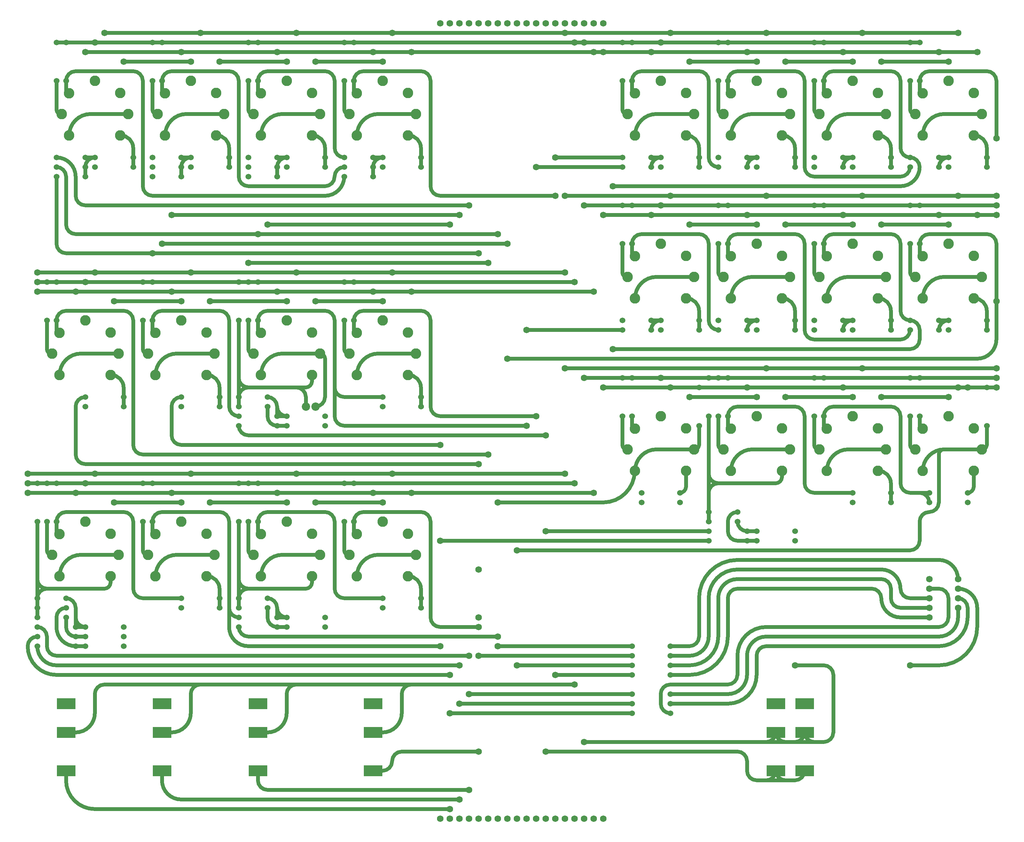
<source format=gbr>
G04 DesignSpark PCB Gerber Version 11.0 Build 5877*
G04 #@! TF.Part,Single*
G04 #@! TF.FileFunction,Copper,L1,Top*
G04 #@! TF.FilePolarity,Positive*
%FSLAX35Y35*%
%MOIN*%
%ADD11C,0.03937*%
G04 #@! TA.AperFunction,ComponentPad*
%ADD15C,0.06000*%
G04 #@! TD.AperFunction*
%ADD12C,0.06890*%
G04 #@! TA.AperFunction,ComponentPad*
%ADD16C,0.08661*%
G04 #@! TA.AperFunction,WasherPad*
%ADD22C,0.11024*%
%ADD23R,0.19685X0.11811*%
G04 #@! TD.AperFunction*
X0Y0D02*
D02*
D11*
X20250Y520250D02*
X30250D01*
X20250Y530250D02*
X90250D01*
X30250Y350250D02*
G75*
G03*
X50250Y330250I20000J0D01*
G01*
X470250D01*
X30250Y360250D02*
G75*
G03*
X20250Y350250I0J-10000D01*
G01*
G75*
G03*
X50250Y320250I30000J0D01*
G01*
X460250D01*
X30250Y370250D02*
G75*
G02*
X40250Y360250I0J-10000D01*
G01*
Y350250D01*
G75*
G03*
X50250Y340250I10000J0D01*
G01*
X480250D01*
X30250Y380250D02*
Y390250D01*
Y400250D02*
Y390250D01*
Y420250D02*
G75*
G03*
X40250Y410250I10000J0D01*
G01*
X30250Y420250D02*
Y400250D01*
Y480250D02*
Y420250D01*
Y520250D02*
X40250D01*
X30250Y730250D02*
X40250D01*
X30250Y740250D02*
X90250D01*
X40250Y410250D02*
G75*
G03*
X30250Y400250I0J-10000D01*
G01*
X40250Y520250D02*
X50250D01*
X40250Y730250D02*
X50250D01*
X45604Y445604D02*
X44896D01*
G75*
G02*
X40250Y450250I0J4646D01*
G01*
Y480250D01*
X45604Y655604D02*
X44896D01*
G75*
G02*
X40250Y660250I0J4646D01*
G01*
Y690250D01*
X50250Y480250D02*
G75*
G02*
X60250Y490250I10000J0D01*
G01*
X120250D01*
G75*
G02*
X130250Y480250I0J-10000D01*
G01*
Y410250D01*
G75*
G03*
X140250Y400250I10000J0D01*
G01*
X180250D01*
X50250Y480250D02*
Y470486D01*
G75*
G03*
X53478Y467258I3228J0D01*
G01*
X50250Y690250D02*
G75*
G02*
X60250Y700250I10000J0D01*
G01*
X120250D01*
G75*
G02*
X130250Y690250I0J-10000D01*
G01*
Y560250D01*
G75*
G03*
X140250Y550250I10000J0D01*
G01*
X500250D01*
X50250Y690250D02*
Y680486D01*
G75*
G03*
X53478Y677258I3228J0D01*
G01*
X50250Y730250D02*
X80250D01*
X50250Y840250D02*
Y770250D01*
G75*
G03*
X60250Y760250I10000J0D01*
G01*
X150250D01*
X50250Y980250D02*
X60250D01*
X55604Y905604D02*
X54896D01*
G75*
G02*
X50250Y910250I0J4646D01*
G01*
Y940250D01*
X60250Y260250D02*
X70250D01*
G75*
G03*
X90250Y280250I0J20000D01*
G01*
Y300250D01*
G75*
G02*
X100250Y310250I10000J0D01*
G01*
X200250D01*
X60250Y390250D02*
G75*
G03*
X50250Y380250I0J-10000D01*
G01*
Y370250D01*
G75*
G03*
X70250Y350250I20000J0D01*
G01*
X60250Y400250D02*
G75*
G02*
X70250Y390250I0J-10000D01*
G01*
Y380250D01*
X60250Y940250D02*
G75*
G02*
X70250Y950250I10000J0D01*
G01*
X130250D01*
G75*
G02*
X140250Y940250I0J-10000D01*
G01*
Y830250D01*
G75*
G03*
X150250Y820250I10000J0D01*
G01*
X330250D01*
G75*
G03*
X350250Y840250I0J20000D01*
G01*
X60250Y940250D02*
Y930486D01*
G75*
G03*
X63478Y927258I3228J0D01*
G01*
X60250Y980250D02*
X90250D01*
X70250Y350250D02*
X80250D01*
X70250Y360250D02*
G75*
G02*
X60250Y370250I0J10000D01*
G01*
Y380250D01*
X70250Y360250D02*
X80250D01*
X70250Y370250D02*
Y380250D01*
Y370250D02*
X80250D01*
X70250Y510250D02*
X170250D01*
X70250D02*
X20250D01*
X70250Y720250D02*
X170250D01*
X70250D02*
X30250D01*
X80250Y370250D02*
G75*
G02*
X70250Y380250I0J10000D01*
G01*
X80250Y520250D02*
X50250D01*
X80250Y840250D02*
Y850250D01*
G75*
G02*
X90250Y860250I10000J0D01*
G01*
X80250D02*
X90250D01*
X80250Y970250D02*
X180250D01*
X90250Y530250D02*
X190250D01*
X90250Y740250D02*
X190250D01*
X100250Y990250D02*
X200250D01*
X106628Y423163D02*
Y416628D01*
G75*
G02*
X100250Y410250I-6378J0D01*
G01*
X40250D01*
X106628Y423163D02*
X107337D01*
X106628Y633163D02*
X107337D01*
G75*
G02*
X120250Y620250I0J-12913D01*
G01*
Y610250D01*
X110250Y500250D02*
X180250D01*
X110250Y710250D02*
X180250D01*
X114896Y445604D02*
X75919D01*
G75*
G03*
X53478Y423163I0J-22441D01*
G01*
X114896Y655604D02*
X75919D01*
G75*
G03*
X53478Y633163I0J-22441D01*
G01*
X116628Y883163D02*
X117337D01*
G75*
G02*
X130250Y870250I0J-12913D01*
G01*
Y860250D01*
X120250Y610250D02*
Y600250D01*
Y960250D02*
X190250D01*
X124896Y905604D02*
X85919D01*
G75*
G03*
X63478Y883163I0J-22441D01*
G01*
X130250Y860250D02*
Y850250D01*
X140250Y520250D02*
X80250D01*
X140250D02*
X150250D01*
X140250Y730250D02*
X80250D01*
X140250D02*
X150250D01*
X145604Y445604D02*
X144896D01*
G75*
G02*
X140250Y450250I0J4646D01*
G01*
Y480250D01*
X145604Y655604D02*
X144896D01*
G75*
G02*
X140250Y660250I0J4646D01*
G01*
Y690250D01*
X150250Y480250D02*
G75*
G02*
X160250Y490250I10000J0D01*
G01*
X220250D01*
G75*
G02*
X230250Y480250I0J-10000D01*
G01*
Y390250D01*
X150250Y480250D02*
Y470486D01*
G75*
G03*
X153478Y467258I3228J0D01*
G01*
X150250Y520250D02*
X240250D01*
X150250Y690250D02*
G75*
G02*
X160250Y700250I10000J0D01*
G01*
X220250D01*
G75*
G02*
X230250Y690250I0J-10000D01*
G01*
Y600250D01*
G75*
G03*
X240250Y590250I10000J0D01*
G01*
X150250Y690250D02*
Y680486D01*
G75*
G03*
X153478Y677258I3228J0D01*
G01*
X150250Y760250D02*
X490250D01*
X150250Y980250D02*
X90250D01*
X150250D02*
X160250D01*
X155604Y905604D02*
X154896D01*
G75*
G02*
X150250Y910250I0J4646D01*
G01*
Y940250D01*
X160250Y260250D02*
X170250D01*
G75*
G03*
X190250Y280250I0J20000D01*
G01*
Y300250D01*
G75*
G02*
X200250Y310250I10000J0D01*
G01*
X160250Y770250D02*
X520250D01*
X160250Y940250D02*
G75*
G02*
X170250Y950250I10000J0D01*
G01*
X230250D01*
G75*
G02*
X240250Y940250I0J-10000D01*
G01*
Y840250D01*
G75*
G03*
X250250Y830250I10000J0D01*
G01*
X330250D01*
G75*
G03*
X340250Y840250I0J10000D01*
G01*
G75*
G02*
X350250Y850250I10000J0D01*
G01*
X160250Y940250D02*
Y930486D01*
G75*
G03*
X163478Y927258I3228J0D01*
G01*
X170250Y510250D02*
X280250D01*
X170250Y720250D02*
X280250D01*
X170250Y800250D02*
X470250D01*
X180250Y840250D02*
Y850250D01*
G75*
G02*
X190250Y860250I10000J0D01*
G01*
X180250D02*
X190250D01*
X180250Y970250D02*
X280250D01*
X190250Y530250D02*
X300250D01*
X190250Y740250D02*
X300250D01*
X200250Y310250D02*
X300250D01*
X200250Y990250D02*
X300250D01*
X206628Y423163D02*
X207337D01*
G75*
G02*
X220250Y410250I0J-12913D01*
G01*
Y400250D01*
X206628Y633163D02*
X207337D01*
G75*
G02*
X220250Y620250I0J-12913D01*
G01*
Y610250D01*
X210250Y500250D02*
X290250D01*
X210250Y710250D02*
X290250D01*
X214896Y445604D02*
X175919D01*
G75*
G03*
X153478Y423163I0J-22441D01*
G01*
X214896Y655604D02*
X175919D01*
G75*
G03*
X153478Y633163I0J-22441D01*
G01*
X216628Y883163D02*
X217337D01*
G75*
G02*
X230250Y870250I0J-12913D01*
G01*
Y860250D01*
X220250Y400250D02*
Y390250D01*
Y610250D02*
Y600250D01*
Y960250D02*
X290250D01*
X224896Y905604D02*
X185919D01*
G75*
G03*
X163478Y883163I0J-22441D01*
G01*
X230250Y390250D02*
Y370250D01*
G75*
G03*
X250250Y350250I20000J0D01*
G01*
X450250D01*
X230250Y860250D02*
Y850250D01*
X240250Y380250D02*
G75*
G02*
X230250Y390250I0J10000D01*
G01*
X240250Y400250D02*
Y390250D01*
Y420250D02*
G75*
G03*
X250250Y410250I10000J0D01*
G01*
X240250Y420250D02*
Y400250D01*
Y480250D02*
Y420250D01*
Y520250D02*
X250250D01*
X240250Y610250D02*
Y600250D01*
Y630250D02*
G75*
G03*
X250250Y620250I10000J0D01*
G01*
X240250Y630250D02*
Y610250D01*
Y690250D02*
Y630250D01*
Y730250D02*
X150250D01*
X240250D02*
X250250D01*
Y410250D02*
G75*
G03*
X240250Y400250I0J-10000D01*
G01*
X250250Y520250D02*
X260250D01*
X250250Y620250D02*
G75*
G03*
X240250Y610250I0J-10000D01*
G01*
X250250Y730250D02*
X260250D01*
X250250Y750250D02*
X500250D01*
X250250Y980250D02*
X160250D01*
X250250D02*
X260250D01*
X255604Y445604D02*
X254896D01*
G75*
G02*
X250250Y450250I0J4646D01*
G01*
Y480250D01*
X255604Y655604D02*
X254896D01*
G75*
G02*
X250250Y660250I0J4646D01*
G01*
Y690250D01*
X255604Y905604D02*
X254896D01*
G75*
G02*
X250250Y910250I0J4646D01*
G01*
Y940250D01*
X260250Y260250D02*
X270250D01*
G75*
G03*
X290250Y280250I0J20000D01*
G01*
Y300250D01*
G75*
G02*
X300250Y310250I10000J0D01*
G01*
X260250Y480250D02*
G75*
G02*
X270250Y490250I10000J0D01*
G01*
X330250D01*
G75*
G02*
X340250Y480250I0J-10000D01*
G01*
Y410250D01*
G75*
G03*
X350250Y400250I10000J0D01*
G01*
X390250D01*
X260250Y480250D02*
Y470486D01*
G75*
G03*
X263478Y467258I3228J0D01*
G01*
X260250Y520250D02*
X350250D01*
X260250Y690250D02*
G75*
G02*
X270250Y700250I10000J0D01*
G01*
X330250D01*
G75*
G02*
X340250Y690250I0J-10000D01*
G01*
Y620250D01*
X260250Y690250D02*
Y680486D01*
G75*
G03*
X263478Y677258I3228J0D01*
G01*
X260250Y730250D02*
X350250D01*
X260250Y780250D02*
X510250D01*
X260250D02*
X70250D01*
G75*
G02*
X60250Y790250I0J10000D01*
G01*
Y840250D01*
G75*
G03*
X50250Y850250I-10000J0D01*
G01*
X260250Y940250D02*
G75*
G02*
X270250Y950250I10000J0D01*
G01*
X330250D01*
G75*
G02*
X340250Y940250I0J-10000D01*
G01*
Y870250D01*
G75*
G03*
X350250Y860250I10000J0D01*
G01*
X260250Y940250D02*
Y930486D01*
G75*
G03*
X263478Y927258I3228J0D01*
G01*
X260250Y980250D02*
X350250D01*
X270250Y390250D02*
Y380250D01*
G75*
G03*
X280250Y370250I10000J0D01*
G01*
X270250Y600250D02*
Y590250D01*
G75*
G03*
X280250Y580250I10000J0D01*
G01*
Y370250D02*
X290250D01*
X280250Y380250D02*
Y390250D01*
Y380250D02*
X290250D01*
X280250Y390250D02*
G75*
G03*
X270250Y400250I-10000J0D01*
G01*
X280250Y510250D02*
X380250D01*
X280250Y580250D02*
X290250D01*
X280250Y590250D02*
Y600250D01*
Y590250D02*
X290250D01*
X280250Y600250D02*
G75*
G03*
X270250Y610250I-10000J0D01*
G01*
X280250Y840250D02*
Y850250D01*
G75*
G02*
X290250Y860250I10000J0D01*
G01*
X280250D02*
X290250D01*
X280250Y970250D02*
X380250D01*
X290250Y380250D02*
G75*
G02*
X280250Y390250I0J10000D01*
G01*
X290250Y590250D02*
G75*
G02*
X280250Y600250I0J10000D01*
G01*
X300250Y310250D02*
X420250D01*
X300250Y530250D02*
X400250D01*
X300250Y620250D02*
X250250D01*
X300250Y740250D02*
X400250D01*
X300250Y990250D02*
X400250D01*
X310250Y600250D02*
Y610250D01*
G75*
G03*
X300250Y620250I-10000J0D01*
G01*
X316628Y423163D02*
Y416628D01*
G75*
G02*
X310250Y410250I-6378J0D01*
G01*
X250250D01*
X316628Y423163D02*
X317337D01*
X316628Y633163D02*
Y626628D01*
G75*
G02*
X310250Y620250I-6378J0D01*
G01*
X300250D01*
X316628Y633163D02*
X317337D01*
X316628Y883163D02*
X317337D01*
G75*
G02*
X330250Y870250I0J-12913D01*
G01*
Y860250D01*
X320250Y500250D02*
X390250D01*
X320250Y710250D02*
X390250D01*
X320250Y960250D02*
X390250D01*
X324896Y445604D02*
X285919D01*
G75*
G03*
X263478Y423163I0J-22441D01*
G01*
X324896Y655604D02*
G75*
G02*
X330250Y650250I0J-5354D01*
G01*
Y610250D01*
G75*
G02*
X320250Y600250I-10000J0D01*
G01*
X324896Y655604D02*
X285919D01*
G75*
G03*
X263478Y633163I0J-22441D01*
G01*
X324896Y905604D02*
X285919D01*
G75*
G03*
X263478Y883163I0J-22441D01*
G01*
X330250Y860250D02*
Y850250D01*
X340250Y620250D02*
Y590250D01*
G75*
G03*
X350250Y580250I10000J0D01*
G01*
X540250D01*
X350250Y520250D02*
X360250D01*
X350250Y730250D02*
X360250D01*
X350250Y980250D02*
X360250D01*
X355604Y445604D02*
X354896D01*
G75*
G02*
X350250Y450250I0J4646D01*
G01*
Y480250D01*
X355604Y655604D02*
X354896D01*
G75*
G02*
X350250Y660250I0J4646D01*
G01*
Y690250D01*
X355604Y905604D02*
X354896D01*
G75*
G02*
X350250Y910250I0J4646D01*
G01*
Y940250D01*
X360250Y480250D02*
G75*
G02*
X370250Y490250I10000J0D01*
G01*
X430250D01*
G75*
G02*
X440250Y480250I0J-10000D01*
G01*
Y380250D01*
G75*
G03*
X450250Y370250I10000J0D01*
G01*
X490250D01*
X360250Y480250D02*
Y470486D01*
G75*
G03*
X363478Y467258I3228J0D01*
G01*
X360250Y690250D02*
G75*
G02*
X370250Y700250I10000J0D01*
G01*
X430250D01*
G75*
G02*
X440250Y690250I0J-10000D01*
G01*
X360250D02*
Y680486D01*
G75*
G03*
X363478Y677258I3228J0D01*
G01*
X360250Y940250D02*
G75*
G02*
X370250Y950250I10000J0D01*
G01*
X430250D01*
G75*
G02*
X440250Y940250I0J-10000D01*
G01*
Y830250D01*
G75*
G03*
X450250Y820250I10000J0D01*
G01*
X570250D01*
X360250Y940250D02*
Y930486D01*
G75*
G03*
X363478Y927258I3228J0D01*
G01*
X380250Y220250D02*
X390250D01*
G75*
G03*
X400250Y230250I0J10000D01*
G01*
G75*
G02*
X410250Y240250I10000J0D01*
G01*
X490250D01*
X380250Y260250D02*
X390250D01*
G75*
G03*
X410250Y280250I0J20000D01*
G01*
Y300250D01*
G75*
G02*
X420250Y310250I10000J0D01*
G01*
X380250Y510250D02*
X420250D01*
X380250Y720250D02*
X420250D01*
X380250D02*
X280250D01*
X380250Y850250D02*
Y840250D01*
Y850250D02*
G75*
G02*
X390250Y860250I10000J0D01*
G01*
X380250D02*
X390250D01*
X380250Y970250D02*
X420250D01*
X390250Y610250D02*
X350250D01*
G75*
G02*
X340250Y620250I0J10000D01*
G01*
X400250Y530250D02*
X580250D01*
X400250Y740250D02*
X580250D01*
X400250Y990250D02*
X580250D01*
X416628Y423163D02*
X417337D01*
G75*
G02*
X430250Y410250I0J-12913D01*
G01*
Y400250D01*
X416628Y633163D02*
X417337D01*
G75*
G02*
X430250Y620250I0J-12913D01*
G01*
Y610250D01*
X416628Y883163D02*
X417337D01*
G75*
G02*
X430250Y870250I0J-12913D01*
G01*
Y860250D01*
X420250Y310250D02*
X590250D01*
X420250Y510250D02*
X610250D01*
X420250Y720250D02*
X610250D01*
X420250Y970250D02*
X610250D01*
X424896Y445604D02*
X385919D01*
G75*
G03*
X363478Y423163I0J-22441D01*
G01*
X424896Y655604D02*
X385919D01*
G75*
G03*
X363478Y633163I0J-22441D01*
G01*
X424896Y905604D02*
X385919D01*
G75*
G03*
X363478Y883163I0J-22441D01*
G01*
X430250Y400250D02*
Y390250D01*
Y610250D02*
Y600250D01*
Y860250D02*
Y850250D01*
X440250Y690250D02*
Y600250D01*
G75*
G03*
X450250Y590250I10000J0D01*
G01*
X550250D01*
X450250Y460250D02*
X730250D01*
X450250Y560250D02*
X180250D01*
G75*
G02*
X170250Y570250I0J10000D01*
G01*
Y600250D01*
G75*
G02*
X180250Y610250I10000J0D01*
G01*
X460250Y180250D02*
X90250D01*
G75*
G02*
X60250Y210250I0J30000D01*
G01*
Y220250D01*
X460250Y790250D02*
X270250D01*
X470250Y190250D02*
X180250D01*
G75*
G02*
X160250Y210250I0J20000D01*
G01*
Y220250D01*
X480250Y200250D02*
X270250D01*
G75*
G02*
X260250Y210250I0J10000D01*
G01*
Y220250D01*
X480250Y810250D02*
X80250D01*
G75*
G02*
X70250Y820250I0J10000D01*
G01*
Y840250D01*
G75*
G03*
X50250Y860250I-20000J0D01*
G01*
X490250Y540250D02*
X80250D01*
G75*
G02*
X70250Y550250I0J10000D01*
G01*
Y600250D01*
G75*
G02*
X80250Y610250I10000J0D01*
G01*
X510250Y360250D02*
X250250D01*
G75*
G02*
X240250Y370250I0J10000D01*
G01*
X520250Y650250D02*
X1010250D01*
G75*
G03*
X1030250Y670250I0J20000D01*
G01*
Y710250D01*
X530250Y330250D02*
X650250D01*
X540250Y680250D02*
X640250D01*
X550250Y850250D02*
X640250D01*
X560250Y570250D02*
X250250D01*
G75*
G02*
X240250Y580250I0J10000D01*
G01*
X570250Y860250D02*
X640250D01*
X580250Y640250D02*
X790250D01*
X580250Y820250D02*
X690250D01*
X580250Y990250D02*
X690250D01*
X590250Y520250D02*
X360250D01*
X590250Y730250D02*
X360250D01*
X590250Y980250D02*
X600250D01*
X590250D02*
X360250D01*
X600250Y630250D02*
X640250D01*
X600250Y810250D02*
X640250D01*
X600250Y980250D02*
X640250D01*
X610250Y970250D02*
X620250D01*
Y620250D02*
X690250D01*
X640250Y630250D02*
X650250D01*
X640250Y810250D02*
X650250D01*
X640250Y980250D02*
X650250D01*
X645604Y555604D02*
X644896D01*
G75*
G02*
X640250Y560250I0J4646D01*
G01*
Y590250D01*
X645604Y735604D02*
X644896D01*
G75*
G02*
X640250Y740250I0J4646D01*
G01*
Y770250D01*
X645604Y905604D02*
X644896D01*
G75*
G02*
X640250Y910250I0J4646D01*
G01*
Y940250D01*
X650250Y280250D02*
X460250D01*
X650250Y290250D02*
X470250D01*
X650250Y300250D02*
X480250D01*
X650250Y320250D02*
X570250D01*
X650250Y340250D02*
X490250D01*
X650250Y350250D02*
X510250D01*
X650250Y590250D02*
Y580486D01*
G75*
G03*
X653478Y577258I3228J0D01*
G01*
X650250Y630250D02*
X680250D01*
X650250Y770250D02*
G75*
G02*
X660250Y780250I10000J0D01*
G01*
X720250D01*
G75*
G02*
X730250Y770250I0J-10000D01*
G01*
Y690250D01*
G75*
G03*
X740250Y680250I10000J0D01*
G01*
X650250Y770250D02*
Y760486D01*
G75*
G03*
X653478Y757258I3228J0D01*
G01*
X650250Y940250D02*
G75*
G02*
X660250Y950250I10000J0D01*
G01*
X720250D01*
G75*
G02*
X730250Y940250I0J-10000D01*
G01*
Y860250D01*
G75*
G03*
X740250Y850250I10000J0D01*
G01*
X650250Y940250D02*
Y930486D01*
G75*
G03*
X653478Y927258I3228J0D01*
G01*
X650250Y980250D02*
X680250D01*
X653478Y533163D02*
X653163D01*
G75*
G02*
X620250Y500250I-32913J0D01*
G01*
X510250D01*
X653478Y533163D02*
X653163D01*
X670250Y680250D02*
G75*
G02*
X680250Y690250I10000J0D01*
G01*
X670250D02*
X680250D01*
X670250Y800250D02*
X770250D01*
X670250D02*
X620250D01*
X670250Y850250D02*
G75*
G02*
X680250Y860250I10000J0D01*
G01*
X670250D02*
X680250D01*
X670250Y970250D02*
X770250D01*
X670250D02*
X620250D01*
X680250Y630250D02*
X730250D01*
X680250Y810250D02*
X650250D01*
X690250Y320250D02*
X710250D01*
G75*
G03*
X750250Y360250I0J40000D01*
G01*
Y400250D01*
G75*
G02*
X760250Y410250I10000J0D01*
G01*
X900250D01*
G75*
G02*
X910250Y400250I0J-10000D01*
G01*
G75*
G03*
X930250Y380250I20000J0D01*
G01*
X960250D01*
X690250Y340250D02*
X710250D01*
G75*
G03*
X730250Y360250I0J20000D01*
G01*
Y400250D01*
G75*
G02*
X760250Y430250I30000J0D01*
G01*
X910250D01*
G75*
G02*
X930250Y410250I0J-20000D01*
G01*
G75*
G03*
X940250Y400250I10000J0D01*
G01*
X960250D01*
X690250Y620250D02*
X720250D01*
X690250Y820250D02*
X790250D01*
X690250Y990250D02*
X790250D01*
X706628Y533163D02*
Y516628D01*
G75*
G02*
X700250Y510250I-6378J0D01*
G01*
X706628Y533163D02*
X707337D01*
X706628Y713163D02*
X707337D01*
G75*
G02*
X720250Y700250I0J-12913D01*
G01*
Y690250D01*
X706628Y883163D02*
X707337D01*
G75*
G02*
X720250Y870250I0J-12913D01*
G01*
Y860250D01*
X710250Y610250D02*
X780250D01*
X710250Y790250D02*
X780250D01*
X710250Y960250D02*
X780250D01*
X714896Y555604D02*
X715604D01*
G75*
G03*
X720250Y560250I0J4646D01*
G01*
Y580250D01*
X714896Y555604D02*
X675919D01*
G75*
G03*
X653478Y533163I0J-22441D01*
G01*
X714896Y735604D02*
X675919D01*
G75*
G03*
X653478Y713163I0J-22441D01*
G01*
X714896Y905604D02*
X675919D01*
G75*
G03*
X653478Y883163I0J-22441D01*
G01*
X720250Y620250D02*
X770250D01*
X720250Y690250D02*
Y680250D01*
Y860250D02*
Y850250D01*
X730250Y470250D02*
X560250D01*
X730250Y480250D02*
Y490250D01*
Y510250D01*
Y530250D01*
G75*
G03*
X740250Y520250I10000J0D01*
G01*
X730250Y530250D02*
Y590250D01*
Y630250D02*
X740250D01*
Y520250D02*
G75*
G03*
X730250Y510250I0J-10000D01*
G01*
X740250Y630250D02*
X750250D01*
X740250Y810250D02*
X680250D01*
X740250D02*
X750250D01*
X740250Y980250D02*
X680250D01*
X740250D02*
X750250D01*
X745604Y555604D02*
X744896D01*
G75*
G02*
X740250Y560250I0J4646D01*
G01*
Y590250D01*
X745604Y735604D02*
X744896D01*
G75*
G02*
X740250Y740250I0J4646D01*
G01*
Y770250D01*
X745604Y905604D02*
X744896D01*
G75*
G02*
X740250Y910250I0J4646D01*
G01*
Y940250D01*
X750250Y590250D02*
G75*
G02*
X760250Y600250I10000J0D01*
G01*
X820250D01*
G75*
G02*
X830250Y590250I0J-10000D01*
G01*
Y520250D01*
G75*
G03*
X840250Y510250I10000J0D01*
G01*
X880250D01*
X750250Y590250D02*
Y580486D01*
G75*
G03*
X753478Y577258I3228J0D01*
G01*
X750250Y630250D02*
X840250D01*
X750250Y770250D02*
G75*
G02*
X760250Y780250I10000J0D01*
G01*
X820250D01*
G75*
G02*
X830250Y770250I0J-10000D01*
G01*
Y680250D01*
G75*
G03*
X840250Y670250I10000J0D01*
G01*
X930250D01*
G75*
G03*
X940250Y680250I0J10000D01*
G01*
X750250Y770250D02*
Y760486D01*
G75*
G03*
X753478Y757258I3228J0D01*
G01*
X750250Y940250D02*
G75*
G02*
X760250Y950250I10000J0D01*
G01*
X820250D01*
G75*
G02*
X830250Y940250I0J-10000D01*
G01*
Y850250D01*
G75*
G03*
X840250Y840250I10000J0D01*
G01*
X930250D01*
G75*
G03*
X940250Y850250I0J10000D01*
G01*
X750250Y940250D02*
Y930486D01*
G75*
G03*
X753478Y927258I3228J0D01*
G01*
X760250Y490250D02*
G75*
G03*
X750250Y480250I0J-10000D01*
G01*
Y470250D01*
G75*
G03*
X760250Y460250I10000J0D01*
G01*
X770250D01*
X780250D01*
X770250Y470250D02*
G75*
G02*
X760250Y480250I0J10000D01*
G01*
X770250Y470250D02*
X780250D01*
X770250Y620250D02*
X870250D01*
X770250Y680250D02*
G75*
G02*
X780250Y690250I10000J0D01*
G01*
X770250D02*
X780250D01*
X770250Y800250D02*
X870250D01*
X770250Y850250D02*
G75*
G02*
X780250Y860250I10000J0D01*
G01*
X770250D02*
X780250D01*
X770250Y970250D02*
X870250D01*
X790250Y210250D02*
X810250D01*
X790250D02*
X780250D01*
G75*
G02*
X770250Y220250I0J10000D01*
G01*
Y230250D01*
G75*
G03*
X760250Y240250I-10000J0D01*
G01*
X560250D01*
X790250Y250250D02*
X810250D01*
X790250D02*
X600250D01*
X790250Y640250D02*
X890250D01*
X790250Y820250D02*
X890250D01*
X790250Y990250D02*
X890250D01*
X800250Y220250D02*
G75*
G03*
X810250Y210250I10000J0D01*
G01*
X800250Y220250D02*
G75*
G02*
X790250Y210250I-10000J0D01*
G01*
X800250Y260250D02*
G75*
G02*
X790250Y250250I-10000J0D01*
G01*
X806628Y533163D02*
Y526628D01*
G75*
G02*
X800250Y520250I-6378J0D01*
G01*
X740250D01*
X806628Y533163D02*
X807337D01*
X806628Y713163D02*
X807337D01*
G75*
G02*
X820250Y700250I0J-12913D01*
G01*
Y690250D01*
X806628Y883163D02*
X807337D01*
G75*
G02*
X820250Y870250I0J-12913D01*
G01*
Y860250D01*
X810250Y250250D02*
G75*
G02*
X800250Y260250I0J10000D01*
G01*
X810250Y610250D02*
X880250D01*
X810250Y790250D02*
X880250D01*
X810250Y960250D02*
X880250D01*
X814896Y555604D02*
X775919D01*
G75*
G03*
X753478Y533163I0J-22441D01*
G01*
X814896Y735604D02*
X775919D01*
G75*
G03*
X753478Y713163I0J-22441D01*
G01*
X814896Y905604D02*
X775919D01*
G75*
G03*
X753478Y883163I0J-22441D01*
G01*
X820250Y250250D02*
X840250D01*
X820250D02*
X810250D01*
X820250Y690250D02*
Y680250D01*
Y860250D02*
Y850250D01*
X830250Y220250D02*
G75*
G02*
X820250Y210250I-10000J0D01*
G01*
X810250D01*
X830250Y260250D02*
G75*
G03*
X840250Y250250I10000J0D01*
G01*
X830250Y260250D02*
G75*
G02*
X820250Y250250I-10000J0D01*
G01*
X840250D02*
X850250D01*
G75*
G03*
X860250Y260250I0J10000D01*
G01*
Y320250D01*
G75*
G03*
X850250Y330250I-10000J0D01*
G01*
X820250D01*
X840250Y630250D02*
X850250D01*
X840250Y810250D02*
X750250D01*
X840250D02*
X850250D01*
X840250Y980250D02*
X750250D01*
X840250D02*
X850250D01*
X845604Y555604D02*
X844896D01*
G75*
G02*
X840250Y560250I0J4646D01*
G01*
Y590250D01*
X845604Y735604D02*
X844896D01*
G75*
G02*
X840250Y740250I0J4646D01*
G01*
Y770250D01*
X845604Y905604D02*
X844896D01*
G75*
G02*
X840250Y910250I0J4646D01*
G01*
Y940250D01*
X850250Y590250D02*
G75*
G02*
X860250Y600250I10000J0D01*
G01*
X920250D01*
G75*
G02*
X930250Y590250I0J-10000D01*
G01*
Y520250D01*
G75*
G03*
X940250Y510250I10000J0D01*
G01*
X950250D01*
X850250Y590250D02*
Y580486D01*
G75*
G03*
X853478Y577258I3228J0D01*
G01*
X850250Y770250D02*
G75*
G02*
X860250Y780250I10000J0D01*
G01*
X920250D01*
G75*
G02*
X930250Y770250I0J-10000D01*
G01*
Y700250D01*
G75*
G03*
X940250Y690250I10000J0D01*
G01*
X850250Y770250D02*
Y760486D01*
G75*
G03*
X853478Y757258I3228J0D01*
G01*
X850250Y940250D02*
G75*
G02*
X860250Y950250I10000J0D01*
G01*
X920250D01*
G75*
G02*
X930250Y940250I0J-10000D01*
G01*
Y870250D01*
G75*
G03*
X940250Y860250I10000J0D01*
G01*
X850250Y940250D02*
Y930486D01*
G75*
G03*
X853478Y927258I3228J0D01*
G01*
X850250Y980250D02*
X940250D01*
X870250Y620250D02*
X990250D01*
X870250Y680250D02*
G75*
G02*
X880250Y690250I10000J0D01*
G01*
X870250D02*
X880250D01*
X870250Y800250D02*
X970250D01*
X870250Y850250D02*
G75*
G02*
X880250Y860250I10000J0D01*
G01*
X870250D02*
X880250D01*
X870250Y970250D02*
X970250D01*
X890250Y640250D02*
X1030250D01*
X890250Y820250D02*
X990250D01*
X890250Y990250D02*
X990250D01*
X906628Y533163D02*
X907337D01*
G75*
G02*
X920250Y520250I0J-12913D01*
G01*
Y510250D01*
X906628Y713163D02*
X907337D01*
G75*
G02*
X920250Y700250I0J-12913D01*
G01*
Y690250D01*
X906628Y883163D02*
X907337D01*
G75*
G02*
X920250Y870250I0J-12913D01*
G01*
Y860250D01*
X910250Y610250D02*
X980250D01*
X910250Y960250D02*
X980250D01*
X914896Y555604D02*
X875919D01*
G75*
G03*
X853478Y533163I0J-22441D01*
G01*
X914896Y735604D02*
X875919D01*
G75*
G03*
X853478Y713163I0J-22441D01*
G01*
X914896Y905604D02*
X875919D01*
G75*
G03*
X853478Y883163I0J-22441D01*
G01*
X920250Y510250D02*
Y500250D01*
Y690250D02*
Y680250D01*
Y860250D02*
Y850250D01*
X940250Y330250D02*
X970250D01*
G75*
G03*
X1010250Y370250I0J40000D01*
G01*
Y390250D01*
G75*
G03*
X990250Y410250I-20000J0D01*
G01*
X940250Y630250D02*
X850250D01*
X940250D02*
X950250D01*
X940250Y690250D02*
G75*
G02*
X950250Y680250I0J-10000D01*
G01*
Y670250D01*
G75*
G02*
X940250Y660250I-10000J0D01*
G01*
X630250D01*
X940250Y810250D02*
X850250D01*
X940250D02*
X950250D01*
X940250Y860250D02*
G75*
G02*
X950250Y850250I0J-10000D01*
G01*
G75*
G02*
X930250Y830250I-20000J0D01*
G01*
X630250D01*
X940250Y980250D02*
X950250D01*
X945604Y555604D02*
X944896D01*
G75*
G02*
X940250Y560250I0J4646D01*
G01*
Y590250D01*
X945604Y735604D02*
X944896D01*
G75*
G02*
X940250Y740250I0J4646D01*
G01*
Y770250D01*
X945604Y905604D02*
X944896D01*
G75*
G02*
X940250Y910250I0J4646D01*
G01*
Y940250D01*
X950250Y590250D02*
Y580486D01*
G75*
G03*
X953478Y577258I3228J0D01*
G01*
X950250Y770250D02*
G75*
G02*
X960250Y780250I10000J0D01*
G01*
X1020250D01*
G75*
G02*
X1030250Y770250I0J-10000D01*
G01*
Y710250D01*
X950250Y770250D02*
Y760486D01*
G75*
G03*
X953478Y757258I3228J0D01*
G01*
X950250Y940250D02*
G75*
G02*
X960250Y950250I10000J0D01*
G01*
X1020250D01*
G75*
G02*
X1030250Y940250I0J-10000D01*
G01*
Y880250D01*
X950250Y940250D02*
Y930486D01*
G75*
G03*
X953478Y927258I3228J0D01*
G01*
Y533163D02*
X953163D01*
X960250Y390250D02*
X930250D01*
G75*
G02*
X920250Y400250I0J10000D01*
G01*
Y410250D01*
G75*
G03*
X910250Y420250I-10000J0D01*
G01*
X760250D01*
G75*
G03*
X740250Y400250I0J-20000D01*
G01*
Y360250D01*
G75*
G02*
X710250Y330250I-30000J0D01*
G01*
X690250D01*
X960250Y410250D02*
X970250D01*
G75*
G02*
X980250Y400250I0J-10000D01*
G01*
Y380250D01*
G75*
G02*
X970250Y370250I-10000J0D01*
G01*
X790250D01*
G75*
G03*
X760250Y340250I0J-30000D01*
G01*
Y320250D01*
G75*
G02*
X750250Y310250I-10000J0D01*
G01*
X690250D01*
G75*
G03*
X680250Y300250I0J-10000D01*
G01*
Y290250D01*
G75*
G03*
X690250Y280250I10000J0D01*
G01*
X960250Y500250D02*
G75*
G03*
X950250Y510250I-10000J0D01*
G01*
X960250D02*
X950250D01*
X970250Y680250D02*
G75*
G02*
X980250Y690250I10000J0D01*
G01*
X970250D02*
X980250D01*
X970250Y800250D02*
X1010250D01*
X970250Y850250D02*
G75*
G02*
X980250Y860250I10000J0D01*
G01*
X970250D02*
X980250D01*
X970250Y970250D02*
X1010250D01*
X980250Y555604D02*
X975604D01*
G75*
G03*
X970250Y550250I0J-5354D01*
G01*
Y500250D01*
G75*
G02*
X960250Y490250I-10000J0D01*
G01*
G75*
G03*
X950250Y480250I0J-10000D01*
G01*
Y460250D01*
G75*
G02*
X940250Y450250I-10000J0D01*
G01*
X530250D01*
X980250Y555604D02*
X975919D01*
G75*
G03*
X953478Y533163I0J-22441D01*
G01*
X980250Y790250D02*
X910250D01*
X990250Y390250D02*
Y380250D01*
G75*
G02*
X970250Y360250I-20000J0D01*
G01*
X790250D01*
G75*
G03*
X770250Y340250I0J-20000D01*
G01*
Y320250D01*
G75*
G02*
X750250Y300250I-20000J0D01*
G01*
X690250D01*
X990250Y400250D02*
G75*
G02*
X1000250Y390250I0J-10000D01*
G01*
Y380250D01*
G75*
G02*
X970250Y350250I-30000J0D01*
G01*
X790250D01*
G75*
G03*
X780250Y340250I0J-10000D01*
G01*
Y320250D01*
G75*
G02*
X750250Y290250I-30000J0D01*
G01*
X690250D01*
X990250Y420250D02*
G75*
G03*
X970250Y440250I-20000J0D01*
G01*
X760250D01*
G75*
G03*
X720250Y400250I0J-40000D01*
G01*
Y360250D01*
G75*
G02*
X710250Y350250I-10000J0D01*
G01*
X690250D01*
X990250Y620250D02*
X1000250D01*
X990250Y820250D02*
X1030250D01*
X1000250Y620250D02*
X1020250D01*
X1006628Y533163D02*
Y516628D01*
G75*
G02*
X1000250Y510250I-6378J0D01*
G01*
X1006628Y533163D02*
X1007337D01*
X1006628Y713163D02*
X1007337D01*
G75*
G02*
X1020250Y700250I0J-12913D01*
G01*
Y690250D01*
X1006628Y883163D02*
X1007337D01*
G75*
G02*
X1020250Y870250I0J-12913D01*
G01*
Y860250D01*
X1010250Y800250D02*
X1030250D01*
X1014896Y555604D02*
X1015604D01*
G75*
G03*
X1020250Y560250I0J4646D01*
G01*
Y580250D01*
X1014896Y555604D02*
X980250D01*
X1014896Y735604D02*
X975919D01*
G75*
G03*
X953478Y713163I0J-22441D01*
G01*
X1014896Y905604D02*
X975919D01*
G75*
G03*
X953478Y883163I0J-22441D01*
G01*
X1020250Y620250D02*
X1030250D01*
X1020250Y690250D02*
Y680250D01*
Y860250D02*
Y850250D01*
X1030250Y630250D02*
X950250D01*
X1030250Y810250D02*
X950250D01*
D02*
D12*
X20250Y510250D03*
Y520250D03*
Y530250D03*
X30250Y720250D03*
Y730250D03*
Y740250D03*
X70250Y510250D03*
Y720250D03*
X80250Y520250D03*
Y730250D03*
Y970250D03*
X90250Y530250D03*
Y740250D03*
Y980250D03*
X100250Y990250D03*
X110250Y500250D03*
Y710250D03*
X120250Y960250D03*
X150250Y760250D03*
X160250Y770250D03*
X170250Y510250D03*
Y720250D03*
Y800250D03*
X180250Y500250D03*
Y710250D03*
Y970250D03*
X190250Y530250D03*
Y740250D03*
Y960250D03*
X200250Y990250D03*
X210250Y500250D03*
Y710250D03*
X220250Y960250D03*
X250250Y750250D03*
X260250Y780250D03*
X270250Y790250D03*
X280250Y510250D03*
Y720250D03*
Y970250D03*
X290250Y500250D03*
Y710250D03*
Y960250D03*
X300250Y530250D03*
Y740250D03*
Y990250D03*
X320250Y500250D03*
Y710250D03*
Y960250D03*
X380250Y510250D03*
Y720250D03*
Y970250D03*
X390250Y500250D03*
Y710250D03*
Y960250D03*
X400250Y530250D03*
Y740250D03*
Y990250D03*
X420250Y510250D03*
Y720250D03*
Y970250D03*
X450250Y170250D03*
Y350250D03*
Y460250D03*
Y560250D03*
Y1000250D03*
X460250Y170250D03*
Y180250D03*
Y280250D03*
Y320250D03*
Y790250D03*
Y1000250D03*
X470250Y170250D03*
Y190250D03*
Y290250D03*
Y330250D03*
Y800250D03*
Y1000250D03*
X480250Y170250D03*
Y200250D03*
Y300250D03*
Y340250D03*
Y810250D03*
Y1000250D03*
X490250Y170250D03*
Y240250D03*
Y340250D03*
Y370250D03*
Y380250D03*
Y430250D03*
Y540250D03*
Y760250D03*
Y1000250D03*
X500250Y170250D03*
Y550250D03*
Y750250D03*
Y1000250D03*
X510250Y170250D03*
Y350250D03*
Y360250D03*
Y500250D03*
Y780250D03*
Y1000250D03*
X520250Y170250D03*
Y650250D03*
Y770250D03*
Y1000250D03*
X530250Y170250D03*
Y330250D03*
Y450250D03*
Y1000250D03*
X540250Y170250D03*
Y580250D03*
Y680250D03*
Y1000250D03*
X550250Y170250D03*
Y590250D03*
Y850250D03*
Y1000250D03*
X560250Y170250D03*
Y240250D03*
Y470250D03*
Y570250D03*
Y1000250D03*
X570250Y170250D03*
Y320250D03*
Y820250D03*
Y860250D03*
Y1000250D03*
X580250Y170250D03*
Y530250D03*
Y640250D03*
Y740250D03*
Y820250D03*
Y990250D03*
Y1000250D03*
X590250Y170250D03*
Y310250D03*
Y520250D03*
Y730250D03*
Y980250D03*
Y1000250D03*
X600250Y170250D03*
Y250250D03*
Y630250D03*
Y810250D03*
Y980250D03*
Y1000250D03*
X610250Y170250D03*
Y510250D03*
Y720250D03*
Y970250D03*
Y1000250D03*
X620250Y170250D03*
Y620250D03*
Y800250D03*
Y970250D03*
Y1000250D03*
X630250Y660250D03*
Y830250D03*
X670250Y800250D03*
Y970250D03*
X680250Y630250D03*
Y810250D03*
Y980250D03*
X690250Y620250D03*
Y820250D03*
Y990250D03*
X710250Y610250D03*
Y790250D03*
Y960250D03*
X770250Y620250D03*
Y800250D03*
Y970250D03*
X780250Y610250D03*
Y790250D03*
Y960250D03*
X790250Y640250D03*
Y820250D03*
Y990250D03*
X810250Y610250D03*
Y790250D03*
Y960250D03*
X820250Y330250D03*
X870250Y620250D03*
Y800250D03*
Y970250D03*
X880250Y610250D03*
Y790250D03*
Y960250D03*
X890250Y640250D03*
Y820250D03*
Y990250D03*
X910250Y610250D03*
Y790250D03*
Y960250D03*
X940250Y330250D03*
X960250Y380250D03*
Y390250D03*
Y400250D03*
Y410250D03*
Y420250D03*
X970250Y800250D03*
Y970250D03*
X980250Y610250D03*
Y790250D03*
Y960250D03*
X990250Y390250D03*
Y400250D03*
Y410250D03*
Y420250D03*
Y620250D03*
Y820250D03*
Y990250D03*
X1000250Y620250D03*
X1010250Y800250D03*
Y970250D03*
X1030250Y620250D03*
Y630250D03*
Y640250D03*
Y710250D03*
Y800250D03*
Y810250D03*
Y820250D03*
Y880250D03*
D02*
D15*
X30250Y350250D03*
Y360250D03*
Y370250D03*
Y380250D03*
Y390250D03*
Y400250D03*
Y480250D03*
Y520250D03*
X40250Y480250D03*
Y520250D03*
Y690250D03*
Y730250D03*
X50250Y480250D03*
Y520250D03*
Y690250D03*
Y730250D03*
Y840250D03*
Y850250D03*
Y860250D03*
Y940250D03*
Y980250D03*
X60250Y380250D03*
Y390250D03*
Y400250D03*
Y940250D03*
Y980250D03*
X70250Y350250D03*
Y360250D03*
Y370250D03*
X80250Y350250D03*
Y360250D03*
Y370250D03*
Y600250D03*
Y610250D03*
Y840250D03*
Y850250D03*
Y860250D03*
X90250Y850250D03*
Y860250D03*
X120250Y350250D03*
Y360250D03*
Y370250D03*
Y600250D03*
Y610250D03*
X130250Y850250D03*
Y860250D03*
X140250Y480250D03*
Y520250D03*
Y690250D03*
Y730250D03*
X150250Y480250D03*
Y520250D03*
Y690250D03*
Y730250D03*
Y840250D03*
Y850250D03*
Y860250D03*
Y940250D03*
Y980250D03*
X160250Y940250D03*
Y980250D03*
X180250Y390250D03*
Y400250D03*
Y600250D03*
Y610250D03*
Y840250D03*
Y850250D03*
Y860250D03*
X190250Y850250D03*
Y860250D03*
X220250Y390250D03*
Y400250D03*
Y600250D03*
Y610250D03*
X230250Y850250D03*
Y860250D03*
X240250Y370250D03*
Y380250D03*
Y390250D03*
Y400250D03*
Y480250D03*
Y520250D03*
Y580250D03*
Y590250D03*
Y600250D03*
Y610250D03*
Y690250D03*
Y730250D03*
X250250Y480250D03*
Y520250D03*
Y690250D03*
Y730250D03*
Y840250D03*
Y850250D03*
Y860250D03*
Y940250D03*
Y980250D03*
X260250Y480250D03*
Y520250D03*
Y690250D03*
Y730250D03*
Y940250D03*
Y980250D03*
X270250Y390250D03*
Y400250D03*
Y600250D03*
Y610250D03*
X280250Y370250D03*
Y380250D03*
Y580250D03*
Y590250D03*
Y840250D03*
Y850250D03*
Y860250D03*
X290250Y370250D03*
Y380250D03*
Y580250D03*
Y590250D03*
Y850250D03*
Y860250D03*
X330250Y370250D03*
Y380250D03*
Y580250D03*
Y590250D03*
Y850250D03*
Y860250D03*
X350250Y480250D03*
Y520250D03*
Y690250D03*
Y730250D03*
Y840250D03*
Y850250D03*
Y860250D03*
Y940250D03*
Y980250D03*
X360250Y480250D03*
Y520250D03*
Y690250D03*
Y730250D03*
Y940250D03*
Y980250D03*
X380250Y840250D03*
Y850250D03*
Y860250D03*
X390250Y390250D03*
Y400250D03*
Y600250D03*
Y610250D03*
Y850250D03*
Y860250D03*
X430250Y390250D03*
Y400250D03*
Y600250D03*
Y610250D03*
Y850250D03*
Y860250D03*
X640250Y590250D03*
Y630250D03*
Y680250D03*
Y690250D03*
Y770250D03*
Y810250D03*
Y850250D03*
Y860250D03*
Y940250D03*
Y980250D03*
X650250Y280250D03*
Y290250D03*
Y300250D03*
Y320250D03*
Y330250D03*
Y340250D03*
Y350250D03*
Y590250D03*
Y630250D03*
Y770250D03*
Y810250D03*
Y940250D03*
Y980250D03*
X660250Y500250D03*
Y510250D03*
X670250Y680250D03*
Y690250D03*
Y850250D03*
Y860250D03*
X680250Y680250D03*
Y690250D03*
Y850250D03*
Y860250D03*
X690250Y280250D03*
Y290250D03*
Y300250D03*
Y320250D03*
Y330250D03*
Y340250D03*
Y350250D03*
X700250Y500250D03*
Y510250D03*
X720250Y580250D03*
Y620250D03*
Y680250D03*
Y690250D03*
Y850250D03*
Y860250D03*
X730250Y460250D03*
Y470250D03*
Y480250D03*
Y490250D03*
Y590250D03*
Y630250D03*
X740250Y590250D03*
Y630250D03*
Y680250D03*
Y690250D03*
Y770250D03*
Y810250D03*
Y850250D03*
Y860250D03*
Y940250D03*
Y980250D03*
X750250Y590250D03*
Y630250D03*
Y770250D03*
Y810250D03*
Y940250D03*
Y980250D03*
X760250Y480250D03*
Y490250D03*
X770250Y460250D03*
Y470250D03*
Y680250D03*
Y690250D03*
Y850250D03*
Y860250D03*
X780250Y460250D03*
Y470250D03*
Y680250D03*
Y690250D03*
Y850250D03*
Y860250D03*
X820250Y460250D03*
Y470250D03*
Y680250D03*
Y690250D03*
Y850250D03*
Y860250D03*
X840250Y590250D03*
Y630250D03*
Y680250D03*
Y690250D03*
Y770250D03*
Y810250D03*
Y850250D03*
Y860250D03*
Y940250D03*
Y980250D03*
X850250Y590250D03*
Y630250D03*
Y770250D03*
Y810250D03*
Y940250D03*
Y980250D03*
X870250Y680250D03*
Y690250D03*
Y850250D03*
Y860250D03*
X880250Y500250D03*
Y510250D03*
Y680250D03*
Y690250D03*
Y850250D03*
Y860250D03*
X920250Y500250D03*
Y510250D03*
Y680250D03*
Y690250D03*
Y850250D03*
Y860250D03*
X940250Y590250D03*
Y630250D03*
Y680250D03*
Y690250D03*
Y770250D03*
Y810250D03*
Y850250D03*
Y860250D03*
Y940250D03*
Y980250D03*
X950250Y590250D03*
Y630250D03*
Y770250D03*
Y810250D03*
Y940250D03*
Y980250D03*
X960250Y500250D03*
Y510250D03*
X970250Y680250D03*
Y690250D03*
Y850250D03*
Y860250D03*
X980250Y680250D03*
Y690250D03*
Y850250D03*
Y860250D03*
X1000250Y500250D03*
Y510250D03*
X1020250Y580250D03*
Y620250D03*
Y680250D03*
Y690250D03*
Y850250D03*
Y860250D03*
D02*
D16*
X310250Y600250D03*
X320250D03*
D02*
D22*
X45604Y445604D03*
Y655604D03*
X53478Y423163D03*
Y467258D03*
Y633163D03*
Y677258D03*
X55604Y905604D03*
X63478Y883163D03*
Y927258D03*
X80250Y480250D03*
Y690250D03*
X90250Y940250D03*
X106628Y423163D03*
Y467652D03*
Y633163D03*
Y677652D03*
X114896Y445604D03*
Y655604D03*
X116628Y883163D03*
Y927652D03*
X124896Y905604D03*
X145604Y445604D03*
Y655604D03*
X153478Y423163D03*
Y467258D03*
Y633163D03*
Y677258D03*
X155604Y905604D03*
X163478Y883163D03*
Y927258D03*
X180250Y480250D03*
Y690250D03*
X190250Y940250D03*
X206628Y423163D03*
Y467652D03*
Y633163D03*
Y677652D03*
X214896Y445604D03*
Y655604D03*
X216628Y883163D03*
Y927652D03*
X224896Y905604D03*
X255604Y445604D03*
Y655604D03*
Y905604D03*
X263478Y423163D03*
Y467258D03*
Y633163D03*
Y677258D03*
Y883163D03*
Y927258D03*
X290250Y480250D03*
Y690250D03*
Y940250D03*
X316628Y423163D03*
Y467652D03*
Y633163D03*
Y677652D03*
Y883163D03*
Y927652D03*
X324896Y445604D03*
Y655604D03*
Y905604D03*
X355604Y445604D03*
Y655604D03*
Y905604D03*
X363478Y423163D03*
Y467258D03*
Y633163D03*
Y677258D03*
Y883163D03*
Y927258D03*
X390250Y480250D03*
Y690250D03*
Y940250D03*
X416628Y423163D03*
Y467652D03*
Y633163D03*
Y677652D03*
Y883163D03*
Y927652D03*
X424896Y445604D03*
Y655604D03*
Y905604D03*
X645604Y555604D03*
Y735604D03*
Y905604D03*
X653478Y533163D03*
Y577258D03*
Y713163D03*
Y757258D03*
Y883163D03*
Y927258D03*
X680250Y590250D03*
Y770250D03*
Y940250D03*
X706628Y533163D03*
Y577652D03*
Y713163D03*
Y757652D03*
Y883163D03*
Y927652D03*
X714896Y555604D03*
Y735604D03*
Y905604D03*
X745604Y555604D03*
Y735604D03*
Y905604D03*
X753478Y533163D03*
Y577258D03*
Y713163D03*
Y757258D03*
Y883163D03*
Y927258D03*
X780250Y590250D03*
Y770250D03*
Y940250D03*
X806628Y533163D03*
Y577652D03*
Y713163D03*
Y757652D03*
Y883163D03*
Y927652D03*
X814896Y555604D03*
Y735604D03*
Y905604D03*
X845604Y555604D03*
Y735604D03*
Y905604D03*
X853478Y533163D03*
Y577258D03*
Y713163D03*
Y757258D03*
Y883163D03*
Y927258D03*
X880250Y590250D03*
Y770250D03*
Y940250D03*
X906628Y533163D03*
Y577652D03*
Y713163D03*
Y757652D03*
Y883163D03*
Y927652D03*
X914896Y555604D03*
Y735604D03*
Y905604D03*
X945604Y555604D03*
Y735604D03*
Y905604D03*
X953478Y533163D03*
Y577258D03*
Y713163D03*
Y757258D03*
Y883163D03*
Y927258D03*
X980250Y590250D03*
Y770250D03*
Y940250D03*
X1006628Y533163D03*
Y577652D03*
Y713163D03*
Y757652D03*
Y883163D03*
Y927652D03*
X1014896Y555604D03*
Y735604D03*
Y905604D03*
D02*
D23*
X60250Y220250D03*
Y260250D03*
Y290250D03*
X160250Y220250D03*
Y260250D03*
Y290250D03*
X260250Y220250D03*
Y260250D03*
Y290250D03*
X380250Y220250D03*
Y260250D03*
Y290250D03*
X800250Y220250D03*
Y260250D03*
Y290250D03*
X830250Y220250D03*
Y260250D03*
Y290250D03*
X0Y0D02*
M02*

</source>
